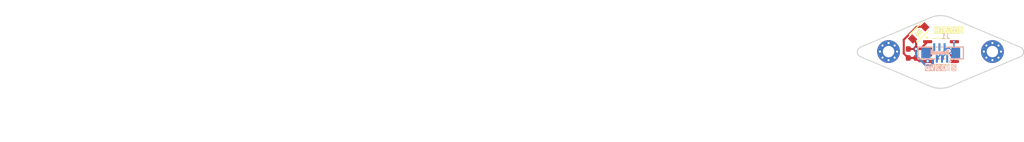
<source format=kicad_pcb>
(kicad_pcb (version 20240108) (generator "pcbnew") (generator_version "8.0")
  (layers (0 "F.Cu" signal) (31 "B.Cu" signal) (34 "B.Paste" user) (35 "F.Paste" user) (36 "B.SilkS" user "B.Silkscreen") (37 "F.SilkS" user "F.Silkscreen") (38 "B.Mask" user) (39 "F.Mask" user) (44 "Edge.Cuts" user))
  (net 0 "")
  (net 1 "GND")
  (net 2 "+3V3")
  (net 3 "/MOSI")
  (net 4 "/MISO")
  (net 5 "/CLK")
  (net 7 "/CSN")
  (footprint "Capacitor_SMD:C_0603_1608Metric_Pad1.08x0.95mm_HandSolder" (layer "F.Cu") (at 194.1 75.0625 -90)
    (property "Reference" "C3" (hide yes))
    (property "Value" "100n")
    (fp_line (start -0.146267 0.51) (end 0.146267 0.51) (stroke (width 0.12)) (layer "F.SilkS"))
    (fp_line (start -0.146267 -0.51) (end 0.146267 -0.51) (stroke (width 0.12)) (layer "F.SilkS"))
    (pad "1" smd roundrect (at -0.8625 0 270) (size 1.075 0.95) (layers "F.Cu" "F.Paste" "F.Mask") (net 2 "+3V3"))
    (pad "2" smd roundrect (at 0.8625 0 270) (size 1.075 0.95) (layers "F.Cu" "F.Paste" "F.Mask") (net 1 "GND"))
  )
  (footprint "MountingHole:MountingHole_2.2mm_M2_Pad_Via" (layer "F.Cu") (at 210.3 74.7 90)
    (property "Reference" "H4" (hide yes))
    (property "Value" "MountingHole")
    (pad "1" thru_hole circle (at -1.65 0 90) (size 0.7 0.7) (drill 0.4) (layers "*.Cu" "*.Mask"))
    (pad "1" thru_hole circle (at -1.166726 -1.166726 90) (size 0.7 0.7) (drill 0.4) (layers "*.Cu" "*.Mask"))
    (pad "1" thru_hole circle (at -1.166726 1.166726 90) (size 0.7 0.7) (drill 0.4) (layers "*.Cu" "*.Mask"))
    (pad "1" thru_hole circle (at 0 -1.65 90) (size 0.7 0.7) (drill 0.4) (layers "*.Cu" "*.Mask"))
    (pad "1" thru_hole circle (at 0 0 90) (size 4.4 4.4) (drill 2.2) (layers "*.Cu" "*.Mask"))
    (pad "1" thru_hole circle (at 0 1.65 90) (size 0.7 0.7) (drill 0.4) (layers "*.Cu" "*.Mask"))
    (pad "1" thru_hole circle (at 1.166726 -1.166726 90) (size 0.7 0.7) (drill 0.4) (layers "*.Cu" "*.Mask"))
    (pad "1" thru_hole circle (at 1.166726 1.166726 90) (size 0.7 0.7) (drill 0.4) (layers "*.Cu" "*.Mask"))
    (pad "1" thru_hole circle (at 1.65 0 90) (size 0.7 0.7) (drill 0.4) (layers "*.Cu" "*.Mask"))
  )
  (footprint "encoder:SMF5.0CA" (layer "F.Cu") (at 196.1 71.1 45)
    (property "Reference" "U2" (hide yes))
    (property "Value" "SMF5.0CA")
    (fp_line (start -1.504 -1) (end 1.496 -1) (stroke (width 0.254)) (layer "F.SilkS"))
    (fp_line (start -0.512 -0.508) (end -0.512 0.508) (stroke (width 0.15)) (layer "F.SilkS"))
    (fp_line (start -0.766 0) (end 0.758 0) (stroke (width 0.15)) (layer "F.SilkS"))
    (fp_line (start -0.004 -0.508) (end -0.004 0.508) (stroke (width 0.15)) (layer "F.SilkS"))
    (fp_line (start -1.504 1) (end 1.496 1) (stroke (width 0.254)) (layer "F.SilkS"))
    (fp_line (start -0.003999 0) (end -0.512 -0.508) (stroke (width 0.15)) (layer "F.SilkS"))
    (fp_line (start -0.003999 0) (end 0.504 -0.508) (stroke (width 0.15)) (layer "F.SilkS"))
    (fp_line (start -0.003999 0) (end -0.512 0.508) (stroke (width 0.15)) (layer "F.SilkS"))
    (fp_line (start -0.003999 0) (end 0.504 0.508) (stroke (width 0.15)) (layer "F.SilkS"))
    (fp_line (start -0.004 0.254001) (end -0.004 -0.254001) (stroke (width 0.15)) (layer "F.SilkS"))
    (fp_line (start 0.504 0.508) (end 0.504 -0.508) (stroke (width 0.15)) (layer "F.SilkS"))
    (pad "1" smd rect (at -1.656 0 45) (size 1.2 1.4) (layers "F.Cu" "F.Paste" "F.Mask") (net 2 "+3V3"))
    (pad "2" smd rect (at 1.656 0 45) (size 1.2 1.4) (layers "F.Cu" "F.Paste" "F.Mask") (net 1 "GND"))
  )
  (footprint "MountingHole:MountingHole_2.2mm_M2_Pad_Via" (layer "F.Cu") (at 190.3 74.7)
    (property "Reference" "H3" (hide yes))
    (property "Value" "MountingHole")
    (pad "1" thru_hole circle (at -1.65 0) (size 0.7 0.7) (drill 0.4) (layers "*.Cu" "*.Mask"))
    (pad "1" thru_hole circle (at -1.166726 -1.166726) (size 0.7 0.7) (drill 0.4) (layers "*.Cu" "*.Mask"))
    (pad "1" thru_hole circle (at -1.166726 1.166726) (size 0.7 0.7) (drill 0.4) (layers "*.Cu" "*.Mask"))
    (pad "1" thru_hole circle (at 0 -1.65) (size 0.7 0.7) (drill 0.4) (layers "*.Cu" "*.Mask"))
    (pad "1" thru_hole circle (at 0 0) (size 4.4 4.4) (drill 2.2) (layers "*.Cu" "*.Mask"))
    (pad "1" thru_hole circle (at 0 1.65) (size 0.7 0.7) (drill 0.4) (layers "*.Cu" "*.Mask"))
    (pad "1" thru_hole circle (at 1.166726 -1.166726) (size 0.7 0.7) (drill 0.4) (layers "*.Cu" "*.Mask"))
    (pad "1" thru_hole circle (at 1.166726 1.166726) (size 0.7 0.7) (drill 0.4) (layers "*.Cu" "*.Mask"))
    (pad "1" thru_hole circle (at 1.65 0) (size 0.7 0.7) (drill 0.4) (layers "*.Cu" "*.Mask"))
  )
  (footprint "Capacitor_SMD:C_0603_1608Metric_Pad1.08x0.95mm_HandSolder" (layer "F.Cu") (at 195.6 75.0625 -90)
    (property "Reference" "C2" (hide yes))
    (property "Value" "1u")
    (fp_line (start -0.146267 0.51) (end 0.146267 0.51) (stroke (width 0.12)) (layer "F.SilkS"))
    (fp_line (start -0.146267 -0.51) (end 0.146267 -0.51) (stroke (width 0.12)) (layer "F.SilkS"))
    (pad "1" smd roundrect (at -0.8625 0 270) (size 1.075 0.95) (layers "F.Cu" "F.Paste" "F.Mask") (net 2 "+3V3"))
    (pad "2" smd roundrect (at 0.8625 0 270) (size 1.075 0.95) (layers "F.Cu" "F.Paste" "F.Mask") (net 1 "GND"))
  )
  (footprint "Package_SO:SO-8_3.9x4.9mm_P1.27mm" (layer "F.Cu") (at 200.4 74.7)
    (property "Reference" "U1" (hide yes))
    (property "Value" "MT6701CT")
    (fp_line (start 0 -2.56) (end -1.95 -2.56) (stroke (width 0.12)) (layer "F.SilkS"))
    (fp_line (start 0 -2.56) (end 1.95 -2.56) (stroke (width 0.12)) (layer "F.SilkS"))
    (fp_line (start 0 2.56) (end -1.95 2.56) (stroke (width 0.12)) (layer "F.SilkS"))
    (fp_line (start 0 2.56) (end 1.95 2.56) (stroke (width 0.12)) (layer "F.SilkS"))
    (fp_poly (pts (xy -2.7 -2.465) (xy -2.94 -2.795) (xy -2.46 -2.795) (xy -2.7 -2.465)) (stroke (width 0.12)) (fill solid) (layer "F.SilkS"))
    (pad "1" smd roundrect (at -2.575 -1.905) (size 1.75 0.6) (layers "F.Cu" "F.Paste" "F.Mask") (net 2 "+3V3"))
    (pad "2" smd roundrect (at -2.575 -0.635) (size 1.75 0.6) (layers "F.Cu" "F.Paste" "F.Mask") (net 2 "+3V3"))
    (pad "3" smd roundrect (at -2.575 0.635) (size 1.75 0.6) (layers "F.Cu" "F.Paste" "F.Mask"))
    (pad "4" smd roundrect (at -2.575 1.905) (size 1.75 0.6) (layers "F.Cu" "F.Paste" "F.Mask") (net 1 "GND"))
    (pad "5" smd roundrect (at 2.575 1.905) (size 1.75 0.6) (layers "F.Cu" "F.Paste" "F.Mask"))
    (pad "6" smd roundrect (at 2.575 0.635) (size 1.75 0.6) (layers "F.Cu" "F.Paste" "F.Mask") (net 4 "/MISO"))
    (pad "7" smd roundrect (at 2.575 -0.635) (size 1.75 0.6) (layers "F.Cu" "F.Paste" "F.Mask") (net 5 "/CLK"))
    (pad "8" smd roundrect (at 2.575 -1.905) (size 1.75 0.6) (layers "F.Cu" "F.Paste" "F.Mask") (net 7 "/CSN"))
  )
  (footprint "encoder:FPC-SMD_6P-P0.50_HDGC_0.5K-A-6PB" (layer "B.Cu") (at 200.344 74.965 180)
    (property "Reference" "J1" (at 0 3.207 180) (layer "B.SilkS") (effects (justify right mirror)))
    (property "Value" "Conn_01x06")
    (fp_line (start 4.367 1.143) (end 4.367 -1.143) (stroke (width 0.254)) (layer "B.SilkS"))
    (fp_line (start 1.651 1.143) (end 4.367 1.143) (stroke (width 0.254)) (layer "B.SilkS"))
    (fp_line (start 1.143 -1.143) (end 4.367 -1.143) (stroke (width 0.254)) (layer "B.SilkS"))
    (fp_line (start 0.681 1.143) (end 0.819 1.143) (stroke (width 0.254)) (layer "B.SilkS"))
    (fp_line (start 0.319 -1.143) (end 0.181 -1.143) (stroke (width 0.254)) (layer "B.SilkS"))
    (fp_line (start -0.319 1.143) (end -0.181 1.143) (stroke (width 0.254)) (layer "B.SilkS"))
    (fp_line (start -0.681 -1.143) (end -0.819 -1.143) (stroke (width 0.254)) (layer "B.SilkS"))
    (fp_line (start -1.181 1.143) (end -4.367 1.143) (stroke (width 0.254)) (layer "B.SilkS"))
    (fp_line (start -1.769 -1.143) (end -4.367 -1.143) (stroke (width 0.254)) (layer "B.SilkS"))
    (fp_line (start -4.367 -1.143) (end -4.367 1.143) (stroke (width 0.254)) (layer "B.SilkS"))
    (fp_circle (center -1.838 -1.651) (end -1.711 -1.651) (stroke (width 0.254)) (fill none) (layer "B.SilkS"))
    (fp_poly (pts (xy -1.524 -0.254) (xy -1.524 0.635) (xy -1.143 0.635) (xy -1.143 0.254) (xy 1.524 0.254) (xy 1.524 0.635) (xy 1.905 0.635) (xy 1.905 -0.254) (xy -1.524 -0.254)) (stroke (width 0.12)) (fill solid) (layer "B.SilkS"))
    (pad "1" smd rect (at -1.25 -1.125) (size 0.4 1.5) (layers "B.Cu" "B.Paste" "B.Mask") (net 7 "/CSN"))
    (pad "2" smd rect (at -0.75 1.125) (size 0.4 1.5) (layers "B.Cu" "B.Paste" "B.Mask") (net 3 "/MOSI"))
    (pad "3" smd rect (at -0.25 -1.125) (size 0.4 1.5) (layers "B.Cu" "B.Paste" "B.Mask") (net 4 "/MISO"))
    (pad "4" smd rect (at 0.25 1.125) (size 0.4 1.5) (layers "B.Cu" "B.Paste" "B.Mask") (net 5 "/CLK"))
    (pad "5" smd rect (at 0.75 -1.125) (size 0.4 1.5) (layers "B.Cu" "B.Paste" "B.Mask") (net 2 "+3V3"))
    (pad "6" smd rect (at 1.25 1.125) (size 0.4 1.5) (layers "B.Cu" "B.Paste" "B.Mask") (net 1 "GND"))
    (pad "7" smd rect (at 2.85 0) (size 1.8 2) (layers "B.Cu" "B.Paste" "B.Mask"))
    (pad "8" smd rect (at -2.85 0 180) (size 1.8 2) (layers "B.Cu" "B.Paste" "B.Mask"))
  )
  (gr_line (start 184.9 73.85) (end 198.342121 68.165857) (stroke (width 0.2)) (layer "Edge.Cuts"))
  (gr_line (start 198.342121 81.376241) (end 184.9 75.692098) (stroke (width 0.2)) (layer "Edge.Cuts"))
  (gr_line (start 215.67895 75.692098) (end 202.236829 81.376242) (stroke (width 0.2)) (layer "Edge.Cuts"))
  (gr_arc (start 215.678946 73.85001) (mid 216.289475 74.771049) (end 215.678946 75.692088) (stroke (width 0.2)) (layer "Edge.Cuts"))
  (gr_line (start 215.678946 73.85001) (end 215.67895 73.85) (stroke (width 0.2)) (layer "Edge.Cuts"))
  (gr_line (start 202.236829 68.165857) (end 215.67895 73.85) (stroke (width 0.2)) (layer "Edge.Cuts"))
  (gr_line (start 184.900004 75.692088) (end 184.9 75.692098) (stroke (width 0.2)) (layer "Edge.Cuts"))
  (gr_arc (start 184.900004 75.692088) (mid 184.289475 74.771049) (end 184.900004 73.85001) (stroke (width 0.2)) (layer "Edge.Cuts"))
  (gr_arc (start 202.236829 81.376242) (mid 200.289475 81.771049) (end 198.342121 81.376241) (stroke (width 0.2)) (layer "Edge.Cuts"))
  (gr_line (start 215.678946 75.692088) (end 215.67895 75.692098) (stroke (width 0.2)) (layer "Edge.Cuts"))
  (gr_line (start 184.900004 73.85001) (end 184.9 73.85) (stroke (width 0.2)) (layer "Edge.Cuts"))
  (gr_arc (start 198.342121 68.165857) (mid 200.289475 67.771049) (end 202.236829 68.165857) (stroke (width 0.2)) (layer "Edge.Cuts"))
  (gr_text "S" (at 202.3 78.4 0) (layer "B.SilkS" knockout) (effects (font (size 1 1)) (justify left bottom)))
  (gr_text "O" (at 200.3 78.4 0) (layer "B.SilkS" knockout) (effects (font (size 1 1)) (justify left bottom)))
  (gr_text "I" (at 201.5 78.4 0) (layer "B.SilkS" knockout) (effects (font (size 1 1)) (justify left bottom)))
  (gr_text "G" (at 197.2 78.4 0) (layer "B.SilkS" knockout) (effects (font (size 1 1)) (justify left bottom)))
  (gr_text "C" (at 199.3 78.4 0) (layer "B.SilkS" knockout) (effects (font (size 1 1)) (justify left bottom)))
  (gr_text "V" (at 198.2 78.4 0) (layer "B.SilkS" knockout) (effects (font (size 1 1)) (justify left bottom)))
  (gr_text "MT6701" (at 198.9 71.2 0) (layer "F.SilkS" knockout) (effects (font (size 1 1)) (justify left bottom)))
  (segment (start 193.225 75.05) (end 194.1 75.925) (width 0.4) (layer "F.Cu") (net 1))
  (segment (start 194.1 75.925) (end 195.6 75.925) (width 0.4) (layer "F.Cu") (net 1))
  (segment (start 197.825 76.54) (end 196.215 76.54) (width 0.4) (layer "F.Cu") (net 1))
  (segment (start 197.270969 69.929031) (end 195.715333 69.929031) (width 0.4) (layer "F.Cu") (net 1))
  (segment (start 196.215 76.54) (end 195.6 75.925) (width 0.4) (layer "F.Cu") (net 1))
  (segment (start 193.225 72.419364) (end 193.225 75.05) (width 0.4) (layer "F.Cu") (net 1))
  (segment (start 195.715333 69.929031) (end 193.225 72.419364) (width 0.4) (layer "F.Cu") (net 1))
  (via blind (at 197.825 76.54) (size 0.7) (drill 0.4) (layers "F.Cu" "B.Cu") (net 1))
  (segment (start 197.844 76.19) (end 197.844 76.521) (width 0.4) (layer "B.Cu") (net 1))
  (segment (start 197.844 76.521) (end 197.825 76.54) (width 0.4) (layer "B.Cu") (net 1))
  (segment (start 195.6 72.941938) (end 194.929031 72.270969) (width 0.4) (layer "F.Cu") (net 2))
  (segment (start 196.42 74.2) (end 197.825 72.795) (width 0.4) (layer "F.Cu") (net 2))
  (segment (start 195.6 74.2) (end 196.42 74.2) (width 0.4) (layer "F.Cu") (net 2))
  (segment (start 195.593998 74.2) (end 194.1 74.2) (width 0.4) (layer "F.Cu") (net 2))
  (segment (start 197.69 74.2) (end 197.825 74.065) (width 0.4) (layer "F.Cu") (net 2))
  (segment (start 195.6 74.2) (end 195.6 72.941938) (width 0.4) (layer "F.Cu") (net 2))
  (segment (start 195.6 74.2) (end 197.69 74.2) (width 0.4) (layer "F.Cu") (net 2))
  (via blind (at 195.593998 74.2) (size 0.7) (drill 0.4) (layers "F.Cu" "B.Cu") (net 2))
  (segment (start 197.39 77.29) (end 195.593998 75.493998) (width 0.4) (layer "B.Cu") (net 2))
  (segment (start 198.844 76.19) (end 198.844 76.94) (width 0.4) (layer "B.Cu") (net 2))
  (segment (start 198.494 77.29) (end 197.39 77.29) (width 0.4) (layer "B.Cu") (net 2))
  (segment (start 195.593998 75.493998) (end 195.593998 74.2) (width 0.4) (layer "B.Cu") (net 2))
  (segment (start 198.844 76.94) (end 198.494 77.29) (width 0.4) (layer "B.Cu") (net 2))
  (segment (start 202.595002 75.335) (end 202.975 75.335) (width 0.25) (layer "F.Cu") (net 4))
  (segment (start 202.3 75.039998) (end 202.595002 75.335) (width 0.25) (layer "F.Cu") (net 4))
  (via blind (at 202.3 75.039998) (size 0.5) (drill 0.25) (layers "F.Cu" "B.Cu") (net 4))
  (segment (start 200.844 75.59) (end 200.844 76.19) (width 0.25) (layer "B.Cu") (net 4))
  (segment (start 201.394002 75.039998) (end 200.844 75.59) (width 0.25) (layer "B.Cu") (net 4))
  (segment (start 202.3 75.039998) (end 201.394002 75.039998) (width 0.25) (layer "B.Cu") (net 4))
  (via blind (at 202.3 74.065) (size 0.5) (drill 0.25) (layers "F.Cu" "B.Cu") (net 5))
  (segment (start 201.519 74.065) (end 199.844 75.74) (width 0.25) (layer "B.Cu") (net 5))
  (segment (start 199.844 75.74) (end 199.844 76.19) (width 0.25) (layer "B.Cu") (net 5))
  (segment (start 201.519 74.065) (end 202.3 74.065) (width 0.25) (layer "B.Cu") (net 5))
  (via blind (at 202.893998 72.795) (size 0.5) (drill 0.25) (layers "F.Cu" "B.Cu") (net 7))
  (segment (start 202.844 76.19) (end 202.893998 76.140002) (width 0.25) (layer "B.Cu") (net 7))
  (segment (start 202.893998 76.140002) (end 202.893998 72.795) (width 0.25) (layer "B.Cu") (net 7))
)
</source>
